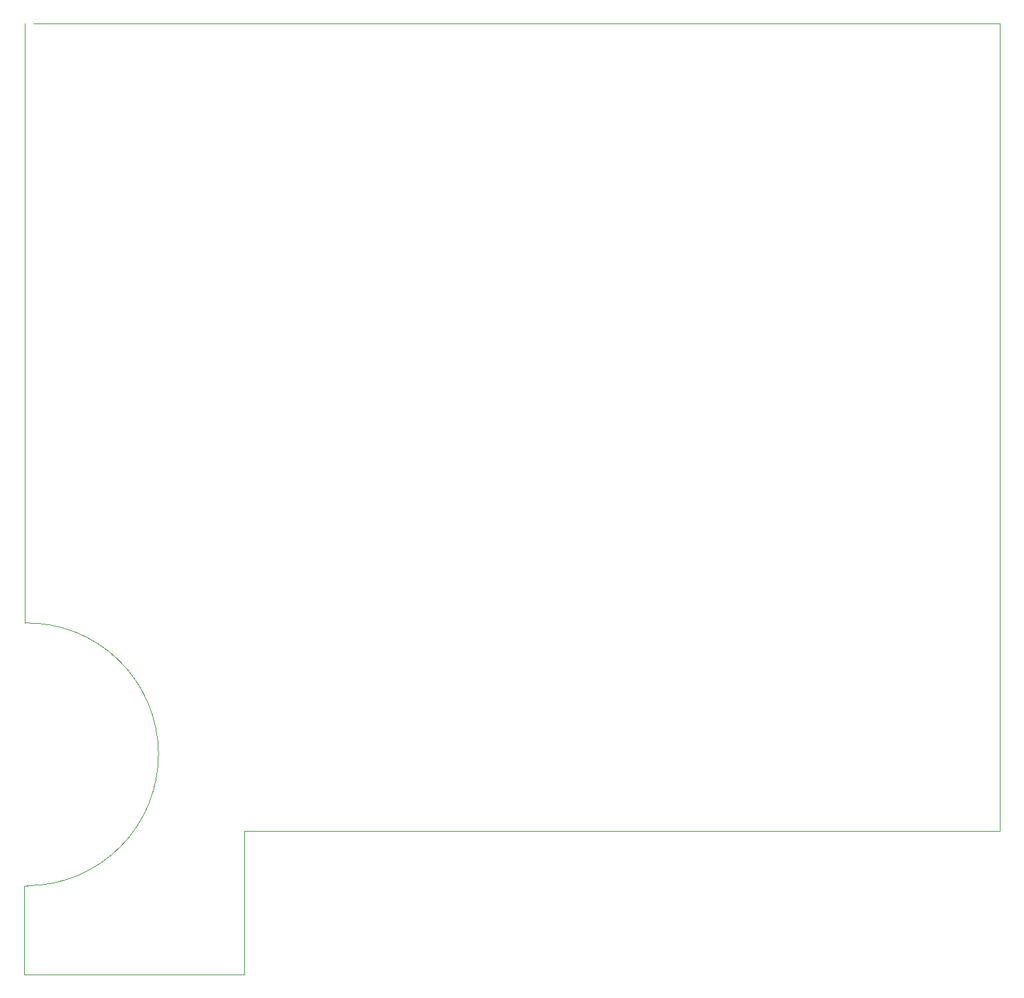
<source format=gko>
%FSLAX24Y24*%
%MOIN*%
G70*
G01*
G75*
G04 Layer_Color=16711935*
G04:AMPARAMS|DCode=10|XSize=30mil|YSize=35mil|CornerRadius=0mil|HoleSize=0mil|Usage=FLASHONLY|Rotation=325.000|XOffset=0mil|YOffset=0mil|HoleType=Round|Shape=Rectangle|*
%AMROTATEDRECTD10*
4,1,4,-0.0223,-0.0057,-0.0023,0.0229,0.0223,0.0057,0.0023,-0.0229,-0.0223,-0.0057,0.0*
%
%ADD10ROTATEDRECTD10*%

G04:AMPARAMS|DCode=11|XSize=30mil|YSize=35mil|CornerRadius=0mil|HoleSize=0mil|Usage=FLASHONLY|Rotation=327.000|XOffset=0mil|YOffset=0mil|HoleType=Round|Shape=Rectangle|*
%AMROTATEDRECTD11*
4,1,4,-0.0221,-0.0065,-0.0030,0.0228,0.0221,0.0065,0.0030,-0.0228,-0.0221,-0.0065,0.0*
%
%ADD11ROTATEDRECTD11*%

G04:AMPARAMS|DCode=12|XSize=60mil|YSize=56mil|CornerRadius=0mil|HoleSize=0mil|Usage=FLASHONLY|Rotation=328.000|XOffset=0mil|YOffset=0mil|HoleType=Round|Shape=Rectangle|*
%AMROTATEDRECTD12*
4,1,4,-0.0403,-0.0078,-0.0106,0.0396,0.0403,0.0078,0.0106,-0.0396,-0.0403,-0.0078,0.0*
%
%ADD12ROTATEDRECTD12*%

G04:AMPARAMS|DCode=13|XSize=60mil|YSize=56mil|CornerRadius=0mil|HoleSize=0mil|Usage=FLASHONLY|Rotation=327.000|XOffset=0mil|YOffset=0mil|HoleType=Round|Shape=Rectangle|*
%AMROTATEDRECTD13*
4,1,4,-0.0404,-0.0071,-0.0099,0.0398,0.0404,0.0071,0.0099,-0.0398,-0.0404,-0.0071,0.0*
%
%ADD13ROTATEDRECTD13*%

%ADD14R,0.0140X0.0800*%
%ADD15R,0.0300X0.0350*%
%ADD16R,0.0350X0.0300*%
%ADD17R,0.0600X0.0560*%
%ADD18R,0.0200X0.0240*%
%ADD19R,0.0560X0.0600*%
%ADD20R,0.0400X0.0250*%
%ADD21O,0.0591X0.0394*%
%ADD22C,0.0300*%
%ADD23C,0.0100*%
%ADD24C,0.0200*%
%ADD25C,0.0240*%
%ADD26C,0.0600*%
%ADD27C,0.0787*%
%ADD28C,0.0900*%
%ADD29C,0.0700*%
%ADD30C,0.0400*%
%ADD31C,0.0500*%
%ADD32R,0.0430X0.0590*%
G04:AMPARAMS|DCode=33|XSize=38mil|YSize=43mil|CornerRadius=0mil|HoleSize=0mil|Usage=FLASHONLY|Rotation=325.000|XOffset=0mil|YOffset=0mil|HoleType=Round|Shape=Rectangle|*
%AMROTATEDRECTD33*
4,1,4,-0.0279,-0.0067,-0.0032,0.0285,0.0279,0.0067,0.0032,-0.0285,-0.0279,-0.0067,0.0*
%
%ADD33ROTATEDRECTD33*%

G04:AMPARAMS|DCode=34|XSize=38mil|YSize=43mil|CornerRadius=0mil|HoleSize=0mil|Usage=FLASHONLY|Rotation=327.000|XOffset=0mil|YOffset=0mil|HoleType=Round|Shape=Rectangle|*
%AMROTATEDRECTD34*
4,1,4,-0.0276,-0.0077,-0.0042,0.0284,0.0276,0.0077,0.0042,-0.0284,-0.0276,-0.0077,0.0*
%
%ADD34ROTATEDRECTD34*%

G04:AMPARAMS|DCode=35|XSize=68mil|YSize=64mil|CornerRadius=0mil|HoleSize=0mil|Usage=FLASHONLY|Rotation=328.000|XOffset=0mil|YOffset=0mil|HoleType=Round|Shape=Rectangle|*
%AMROTATEDRECTD35*
4,1,4,-0.0458,-0.0091,-0.0119,0.0452,0.0458,0.0091,0.0119,-0.0452,-0.0458,-0.0091,0.0*
%
%ADD35ROTATEDRECTD35*%

G04:AMPARAMS|DCode=36|XSize=68mil|YSize=64mil|CornerRadius=0mil|HoleSize=0mil|Usage=FLASHONLY|Rotation=327.000|XOffset=0mil|YOffset=0mil|HoleType=Round|Shape=Rectangle|*
%AMROTATEDRECTD36*
4,1,4,-0.0459,-0.0083,-0.0111,0.0454,0.0459,0.0083,0.0111,-0.0454,-0.0459,-0.0083,0.0*
%
%ADD36ROTATEDRECTD36*%

%ADD37R,0.0220X0.0880*%
%ADD38R,0.0380X0.0430*%
%ADD39R,0.0430X0.0380*%
%ADD40R,0.0680X0.0640*%
%ADD41R,0.0280X0.0320*%
%ADD42R,0.0640X0.0680*%
%ADD43R,0.0480X0.0330*%
%ADD44O,0.0591X0.0394*%
%ADD45C,0.0680*%
%ADD46C,0.0788*%
%ADD47C,0.0980*%
%ADD48C,0.0780*%
%ADD49C,0.0480*%
%ADD50C,0.0580*%
%ADD51R,0.0510X0.0670*%
%ADD52C,0.0010*%
%ADD53C,0.0001*%
G54D52*
X48050Y156320D02*
G03*
X47931Y169379I-10J6530D01*
G01*
G54D53*
X48350Y199160D02*
X96370D01*
Y160760D02*
Y199160D01*
X47920Y169379D02*
X47931D01*
X47920D02*
Y199160D01*
X47910Y156320D02*
X48050D01*
X47910Y151920D02*
Y156320D01*
Y151920D02*
X58820D01*
Y159050D01*
X96370D01*
Y160760D01*
M02*

</source>
